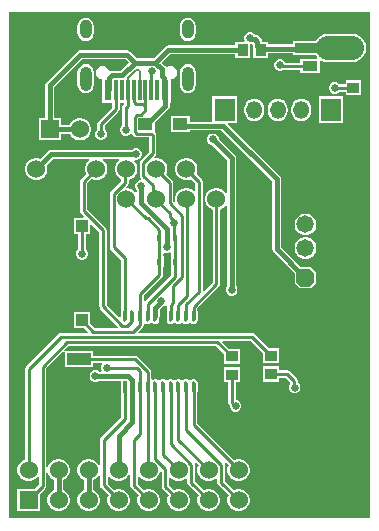
<source format=gtl>
G04*
G04 #@! TF.GenerationSoftware,Altium Limited,Altium Designer,23.5.1 (21)*
G04*
G04 Layer_Physical_Order=1*
G04 Layer_Color=255*
%FSLAX44Y44*%
%MOMM*%
G71*
G04*
G04 #@! TF.SameCoordinates,3DE8B106-AB94-4B2A-A5C1-010116C31EDB*
G04*
G04*
G04 #@! TF.FilePolarity,Positive*
G04*
G01*
G75*
%ADD10C,0.2540*%
%ADD12C,0.2032*%
%ADD16O,4.0640X2.0320*%
%ADD17R,1.2700X0.8636*%
%ADD18R,2.5400X0.8636*%
%ADD19R,0.6000X1.7500*%
%ADD20R,0.3000X1.7500*%
%ADD21R,0.9800X0.9300*%
%ADD22R,1.2500X1.0000*%
%ADD23R,2.0000X1.0000*%
%ADD24O,0.3048X1.0160*%
G04:AMPARAMS|DCode=25|XSize=0.35mm|YSize=0.6mm|CornerRadius=0mm|HoleSize=0mm|Usage=FLASHONLY|Rotation=0.000|XOffset=0mm|YOffset=0mm|HoleType=Round|Shape=Octagon|*
%AMOCTAGOND25*
4,1,8,-0.0875,0.3000,0.0875,0.3000,0.1750,0.2125,0.1750,-0.2125,0.0875,-0.3000,-0.0875,-0.3000,-0.1750,-0.2125,-0.1750,0.2125,-0.0875,0.3000,0.0*
%
%ADD25OCTAGOND25*%

%ADD26R,0.9300X0.9800*%
%ADD27R,0.3500X0.6000*%
%ADD28R,0.3048X1.0160*%
%ADD29R,1.0000X1.0000*%
%ADD54C,0.5080*%
%ADD55C,0.3810*%
%ADD56O,1.0000X1.6000*%
%ADD57O,1.0000X2.1000*%
%ADD58R,1.5240X1.5240*%
%ADD59C,1.5240*%
%ADD60C,2.6000*%
%ADD61C,1.4732*%
G04:AMPARAMS|DCode=62|XSize=1.4732mm|YSize=1.4732mm|CornerRadius=0mm|HoleSize=0mm|Usage=FLASHONLY|Rotation=90.000|XOffset=0mm|YOffset=0mm|HoleType=Round|Shape=Octagon|*
%AMOCTAGOND62*
4,1,8,0.3683,0.7366,-0.3683,0.7366,-0.7366,0.3683,-0.7366,-0.3683,-0.3683,-0.7366,0.3683,-0.7366,0.7366,-0.3683,0.7366,0.3683,0.3683,0.7366,0.0*
%
%ADD62OCTAGOND62*%

%ADD63R,1.7500X1.9000*%
%ADD64O,1.3208X1.5240*%
%ADD65C,0.6350*%
G36*
X1234948Y551316D02*
X1234050Y550418D01*
X929132D01*
Y978916D01*
X1234694D01*
X1234948Y551316D01*
D02*
G37*
%LPC*%
G36*
X1080302Y974275D02*
X1078533Y974042D01*
X1076884Y973359D01*
X1075468Y972272D01*
X1074381Y970856D01*
X1073699Y969207D01*
X1073465Y967438D01*
Y961438D01*
X1073699Y959669D01*
X1074381Y958020D01*
X1075468Y956604D01*
X1076884Y955517D01*
X1078533Y954835D01*
X1080302Y954602D01*
X1082071Y954835D01*
X1083720Y955517D01*
X1085136Y956604D01*
X1086223Y958020D01*
X1086906Y959669D01*
X1087139Y961438D01*
Y967438D01*
X1086906Y969207D01*
X1086223Y970856D01*
X1085136Y972272D01*
X1083720Y973359D01*
X1082071Y974042D01*
X1080302Y974275D01*
D02*
G37*
G36*
X993902D02*
X992133Y974042D01*
X990484Y973359D01*
X989068Y972272D01*
X987981Y970856D01*
X987299Y969207D01*
X987066Y967438D01*
Y961438D01*
X987299Y959669D01*
X987981Y958020D01*
X989068Y956604D01*
X990484Y955517D01*
X992133Y954835D01*
X993902Y954602D01*
X995671Y954835D01*
X997320Y955517D01*
X998736Y956604D01*
X999823Y958020D01*
X1000506Y959669D01*
X1000739Y961438D01*
Y967438D01*
X1000506Y969207D01*
X999823Y970856D01*
X998736Y972272D01*
X997320Y973359D01*
X995671Y974042D01*
X993902Y974275D01*
D02*
G37*
G36*
X1134079Y962025D02*
X1132109D01*
X1130288Y961271D01*
X1128895Y959878D01*
X1128141Y958057D01*
Y956087D01*
X1128544Y955114D01*
X1127695Y953844D01*
X1120410D01*
Y950921D01*
X1064006D01*
X1062569Y950635D01*
X1061351Y949821D01*
X1051529Y939999D01*
X1037463D01*
X1031959Y945503D01*
X1030741Y946317D01*
X1029304Y946603D01*
X989076D01*
X987639Y946317D01*
X986421Y945503D01*
X961021Y920103D01*
X960207Y918885D01*
X959921Y917448D01*
Y889254D01*
X954278D01*
Y870458D01*
X973074D01*
Y876101D01*
X980392D01*
X981556Y874085D01*
X983306Y872336D01*
X985449Y871098D01*
X987839Y870458D01*
X990313D01*
X992703Y871098D01*
X994846Y872336D01*
X996596Y874085D01*
X997833Y876228D01*
X998474Y878619D01*
Y881093D01*
X997833Y883484D01*
X996596Y885627D01*
X994846Y887376D01*
X992703Y888614D01*
X990313Y889254D01*
X987839D01*
X985449Y888614D01*
X983306Y887376D01*
X981556Y885627D01*
X980392Y883611D01*
X973074D01*
Y889254D01*
X967431D01*
Y915893D01*
X990631Y939093D01*
X1027749D01*
X1030597Y936244D01*
X1023480Y929126D01*
X1016147D01*
X1014945Y928887D01*
X1014144Y929075D01*
X1013564Y929315D01*
X1013409Y930095D01*
X1012188Y931924D01*
X1010359Y933145D01*
X1008202Y933574D01*
X1006045Y933145D01*
X1004217Y931924D01*
X1002995Y930095D01*
X1002566Y927938D01*
X1002995Y925781D01*
X1004217Y923952D01*
X1006045Y922731D01*
X1007824Y922377D01*
Y902410D01*
X1016494D01*
Y898207D01*
X1004659Y886372D01*
X1003985Y885363D01*
X1003748Y884174D01*
Y879181D01*
X1002911Y878344D01*
X1002157Y876523D01*
Y874553D01*
X1002911Y872732D01*
X1004304Y871339D01*
X1006125Y870585D01*
X1008095D01*
X1009916Y871339D01*
X1011309Y872732D01*
X1012063Y874553D01*
Y876523D01*
X1011309Y878344D01*
X1009964Y879689D01*
Y882887D01*
X1021799Y894723D01*
X1022473Y895731D01*
X1022710Y896920D01*
Y902410D01*
X1026463D01*
X1026481Y901140D01*
X1025741Y900399D01*
X1025067Y899391D01*
X1024830Y898202D01*
Y883245D01*
X1023739Y882154D01*
X1022985Y880333D01*
Y878363D01*
X1023739Y876542D01*
X1025132Y875149D01*
X1026953Y874395D01*
X1028923D01*
X1030744Y875149D01*
X1031509Y875915D01*
X1033105Y875813D01*
X1033170Y875714D01*
X1034956Y873929D01*
X1035964Y873255D01*
X1037153Y873018D01*
X1047690D01*
Y860822D01*
X1043874Y857006D01*
X1043872Y857005D01*
X1043871Y857004D01*
X1043871Y857004D01*
X1040533Y853666D01*
X1039859Y852657D01*
X1039623Y851468D01*
Y840426D01*
X1039859Y839236D01*
X1040533Y838228D01*
X1040785Y837976D01*
X1040299Y836803D01*
X1040161D01*
X1038340Y836049D01*
X1036947Y834656D01*
X1036193Y832835D01*
Y830865D01*
X1036947Y829044D01*
X1037391Y828601D01*
Y826517D01*
X1036121Y826177D01*
X1035966Y826444D01*
X1034217Y828194D01*
X1032074Y829432D01*
X1029683Y830072D01*
X1028948D01*
X1028422Y831342D01*
X1029527Y832447D01*
X1030200Y833455D01*
X1030437Y834644D01*
Y836878D01*
X1032074Y837317D01*
X1034217Y838554D01*
X1035966Y840303D01*
X1037204Y842447D01*
X1037844Y844837D01*
Y847311D01*
X1037204Y849702D01*
X1035966Y851844D01*
X1035163Y852648D01*
X1035395Y853286D01*
X1035786Y853821D01*
X1037559D01*
X1039380Y854575D01*
X1040773Y855968D01*
X1041527Y857789D01*
Y859759D01*
X1040773Y861580D01*
X1039380Y862973D01*
X1037559Y863727D01*
X1035589D01*
X1033768Y862973D01*
X1033325Y862529D01*
X964946D01*
X963509Y862243D01*
X962291Y861429D01*
X955731Y854870D01*
X953483Y855472D01*
X951009D01*
X948618Y854831D01*
X946476Y853594D01*
X944726Y851844D01*
X943488Y849702D01*
X942848Y847311D01*
Y844837D01*
X943488Y842447D01*
X944726Y840303D01*
X946476Y838554D01*
X948618Y837317D01*
X951009Y836676D01*
X953483D01*
X955873Y837317D01*
X958017Y838554D01*
X959766Y840303D01*
X961003Y842447D01*
X961644Y844837D01*
Y847311D01*
X961042Y849559D01*
X966501Y855019D01*
X997203D01*
X997543Y853749D01*
X997275Y853594D01*
X995526Y851844D01*
X994288Y849702D01*
X993648Y847311D01*
Y844837D01*
X994288Y842447D01*
X994557Y841981D01*
X990181Y837604D01*
X989507Y836595D01*
X989270Y835406D01*
Y810591D01*
X989507Y809401D01*
X990181Y808393D01*
X992564Y806009D01*
X992078Y804836D01*
X983822D01*
Y791280D01*
X987746D01*
Y778343D01*
X986655Y777252D01*
X985901Y775431D01*
Y773461D01*
X986655Y771640D01*
X988048Y770247D01*
X989869Y769493D01*
X991839D01*
X993660Y770247D01*
X995053Y771640D01*
X995807Y773461D01*
Y775431D01*
X995053Y777252D01*
X993962Y778343D01*
Y791280D01*
X997378D01*
Y799536D01*
X998551Y800022D01*
X1005621Y792953D01*
Y729837D01*
X1005857Y728647D01*
X1006531Y727639D01*
X1021483Y712687D01*
X1020997Y711514D01*
X1001539D01*
X997378Y715675D01*
Y724836D01*
X983822D01*
Y711280D01*
X992983D01*
X995894Y708369D01*
X995408Y707196D01*
X973074D01*
X971885Y706959D01*
X970876Y706285D01*
X943445Y678854D01*
X942771Y677845D01*
X942534Y676656D01*
Y600209D01*
X942014Y600070D01*
X939872Y598832D01*
X938122Y597082D01*
X936885Y594939D01*
X936244Y592549D01*
Y590075D01*
X936885Y587685D01*
X938122Y585541D01*
X939872Y583792D01*
X942014Y582555D01*
X944405Y581914D01*
X946879D01*
X949269Y582555D01*
X951413Y583792D01*
X953162Y585541D01*
X953202Y585611D01*
X954472Y585271D01*
Y579137D01*
X950645Y575310D01*
X936244D01*
Y556514D01*
X955040D01*
Y570915D01*
X959778Y575653D01*
X960451Y576661D01*
X960688Y577850D01*
Y588737D01*
X961958Y588904D01*
X962284Y587685D01*
X963522Y585541D01*
X965272Y583792D01*
X967287Y582628D01*
Y574596D01*
X965272Y573432D01*
X963522Y571683D01*
X962284Y569539D01*
X961644Y567149D01*
Y564675D01*
X962284Y562285D01*
X963522Y560141D01*
X965272Y558392D01*
X967414Y557155D01*
X969805Y556514D01*
X972279D01*
X974669Y557155D01*
X976813Y558392D01*
X978562Y560141D01*
X979799Y562285D01*
X980440Y564675D01*
Y567149D01*
X979799Y569539D01*
X978562Y571683D01*
X976813Y573432D01*
X974797Y574596D01*
Y582628D01*
X976813Y583792D01*
X978562Y585541D01*
X979799Y587685D01*
X980440Y590075D01*
Y592549D01*
X979799Y594939D01*
X978562Y597082D01*
X976813Y598832D01*
X974669Y600070D01*
X972279Y600710D01*
X969805D01*
X967414Y600070D01*
X965272Y598832D01*
X963522Y597082D01*
X962284Y594939D01*
X961958Y593720D01*
X960688Y593887D01*
Y677655D01*
X975127Y692094D01*
X976282Y691453D01*
X976282Y690696D01*
Y678260D01*
X999838D01*
Y681930D01*
X1007530D01*
X1008016Y680757D01*
X1007991Y680732D01*
X1007237Y678911D01*
Y676941D01*
X1007693Y675839D01*
X1006989Y674735D01*
X1005706Y674651D01*
X1005090Y675267D01*
X1003269Y676021D01*
X1001299D01*
X999478Y675267D01*
X998085Y673874D01*
X997331Y672053D01*
Y670083D01*
X998085Y668262D01*
X999478Y666869D01*
X1001299Y666115D01*
X1003269D01*
X1005090Y666869D01*
X1005279Y667059D01*
X1023671D01*
Y654812D01*
X1023865D01*
Y635576D01*
X1007198Y618909D01*
X1006525Y617901D01*
X1006288Y616712D01*
Y595594D01*
X1005018Y595253D01*
X1003962Y597082D01*
X1002213Y598832D01*
X1000070Y600070D01*
X997679Y600710D01*
X995205D01*
X992814Y600070D01*
X990671Y598832D01*
X988922Y597082D01*
X987684Y594939D01*
X987044Y592549D01*
Y590075D01*
X987684Y587685D01*
X988922Y585541D01*
X990671Y583792D01*
X992687Y582628D01*
Y574596D01*
X990671Y573432D01*
X988922Y571683D01*
X987684Y569539D01*
X987044Y567149D01*
Y564675D01*
X987684Y562285D01*
X988922Y560141D01*
X990671Y558392D01*
X992814Y557155D01*
X995205Y556514D01*
X997679D01*
X1000070Y557155D01*
X1002213Y558392D01*
X1003962Y560141D01*
X1005200Y562285D01*
X1005840Y564675D01*
Y567149D01*
X1005200Y569539D01*
X1003962Y571683D01*
X1002213Y573432D01*
X1000197Y574596D01*
Y582628D01*
X1002213Y583792D01*
X1003962Y585541D01*
X1005018Y587370D01*
X1006288Y587030D01*
Y578358D01*
X1006525Y577169D01*
X1007198Y576161D01*
X1013354Y570005D01*
X1013084Y569539D01*
X1012444Y567149D01*
Y564675D01*
X1013084Y562285D01*
X1014322Y560141D01*
X1016071Y558392D01*
X1018214Y557155D01*
X1020605Y556514D01*
X1023079D01*
X1025470Y557155D01*
X1027613Y558392D01*
X1029362Y560141D01*
X1030600Y562285D01*
X1031240Y564675D01*
Y567149D01*
X1030600Y569539D01*
X1029362Y571683D01*
X1027613Y573432D01*
X1025470Y574669D01*
X1023079Y575310D01*
X1020605D01*
X1018214Y574669D01*
X1017748Y574400D01*
X1012504Y579645D01*
Y586150D01*
X1013774Y586491D01*
X1014322Y585541D01*
X1016071Y583792D01*
X1018214Y582555D01*
X1020605Y581914D01*
X1023079D01*
X1025470Y582555D01*
X1027613Y583792D01*
X1029362Y585541D01*
X1030600Y587685D01*
X1030672Y587956D01*
X1031942Y587789D01*
Y578104D01*
X1032179Y576915D01*
X1032852Y575906D01*
X1038754Y570005D01*
X1038484Y569539D01*
X1037844Y567149D01*
Y564675D01*
X1038484Y562285D01*
X1039722Y560141D01*
X1041471Y558392D01*
X1043615Y557155D01*
X1046005Y556514D01*
X1048479D01*
X1050870Y557155D01*
X1053012Y558392D01*
X1054762Y560141D01*
X1056000Y562285D01*
X1056640Y564675D01*
Y567149D01*
X1056000Y569539D01*
X1054762Y571683D01*
X1053012Y573432D01*
X1050870Y574669D01*
X1048479Y575310D01*
X1046005D01*
X1043615Y574669D01*
X1043148Y574400D01*
X1038158Y579391D01*
Y585710D01*
X1039428Y586051D01*
X1039722Y585541D01*
X1041471Y583792D01*
X1043615Y582555D01*
X1046005Y581914D01*
X1048479D01*
X1050870Y582555D01*
X1053012Y583792D01*
X1054762Y585541D01*
X1056000Y587685D01*
X1056640Y590075D01*
X1057910Y590697D01*
X1058490Y590256D01*
Y576957D01*
X1058726Y575768D01*
X1059400Y574759D01*
X1064154Y570005D01*
X1063885Y569539D01*
X1063244Y567149D01*
Y564675D01*
X1063885Y562285D01*
X1065122Y560141D01*
X1066871Y558392D01*
X1069015Y557155D01*
X1071405Y556514D01*
X1073879D01*
X1076270Y557155D01*
X1078412Y558392D01*
X1080162Y560141D01*
X1081400Y562285D01*
X1082040Y564675D01*
Y567149D01*
X1081400Y569539D01*
X1080162Y571683D01*
X1078412Y573432D01*
X1076270Y574669D01*
X1073879Y575310D01*
X1071405D01*
X1069015Y574669D01*
X1068549Y574400D01*
X1064705Y578244D01*
Y584162D01*
X1065975Y584688D01*
X1066871Y583792D01*
X1069015Y582555D01*
X1071405Y581914D01*
X1073879D01*
X1076270Y582555D01*
X1078412Y583792D01*
X1078932Y584311D01*
X1080202Y583785D01*
Y580644D01*
X1080439Y579455D01*
X1081113Y578447D01*
X1089554Y570005D01*
X1089285Y569539D01*
X1088644Y567149D01*
Y564675D01*
X1089285Y562285D01*
X1090522Y560141D01*
X1092271Y558392D01*
X1094415Y557155D01*
X1096805Y556514D01*
X1099279D01*
X1101669Y557155D01*
X1103812Y558392D01*
X1105562Y560141D01*
X1106799Y562285D01*
X1107440Y564675D01*
Y567149D01*
X1106799Y569539D01*
X1105562Y571683D01*
X1103812Y573432D01*
X1101669Y574669D01*
X1099279Y575310D01*
X1096805D01*
X1094415Y574669D01*
X1093949Y574400D01*
X1086418Y581931D01*
Y595731D01*
X1086181Y596920D01*
X1086057Y597106D01*
X1087043Y597916D01*
X1089554Y595406D01*
X1089285Y594939D01*
X1088644Y592549D01*
Y590075D01*
X1089285Y587685D01*
X1090522Y585541D01*
X1092271Y583792D01*
X1094415Y582555D01*
X1096805Y581914D01*
X1099279D01*
X1101669Y582555D01*
X1103812Y583792D01*
X1104332Y584311D01*
X1105602Y583785D01*
Y580644D01*
X1105839Y579455D01*
X1106513Y578447D01*
X1114954Y570005D01*
X1114685Y569539D01*
X1114044Y567149D01*
Y564675D01*
X1114685Y562285D01*
X1115922Y560141D01*
X1117672Y558392D01*
X1119815Y557155D01*
X1122205Y556514D01*
X1124679D01*
X1127069Y557155D01*
X1129212Y558392D01*
X1130962Y560141D01*
X1132199Y562285D01*
X1132840Y564675D01*
Y567149D01*
X1132199Y569539D01*
X1130962Y571683D01*
X1129212Y573432D01*
X1127069Y574669D01*
X1124679Y575310D01*
X1122205D01*
X1119815Y574669D01*
X1119349Y574400D01*
X1111818Y581931D01*
Y595731D01*
X1111581Y596920D01*
X1111457Y597106D01*
X1112443Y597916D01*
X1114954Y595406D01*
X1114685Y594939D01*
X1114044Y592549D01*
Y590075D01*
X1114685Y587685D01*
X1115922Y585541D01*
X1117672Y583792D01*
X1119815Y582555D01*
X1122205Y581914D01*
X1124679D01*
X1127069Y582555D01*
X1129212Y583792D01*
X1130962Y585541D01*
X1132199Y587685D01*
X1132840Y590075D01*
Y592549D01*
X1132199Y594939D01*
X1130962Y597082D01*
X1129212Y598832D01*
X1127069Y600070D01*
X1124679Y600710D01*
X1122205D01*
X1119815Y600070D01*
X1119349Y599800D01*
X1088577Y630572D01*
Y656822D01*
X1088579Y656826D01*
X1088836Y658114D01*
Y665226D01*
X1088579Y666514D01*
X1087850Y667607D01*
X1086757Y668336D01*
X1085469Y668593D01*
X1084181Y668336D01*
X1083088Y667607D01*
X1082981Y667447D01*
X1081454D01*
X1081347Y667607D01*
X1080255Y668336D01*
X1078967Y668593D01*
X1077678Y668336D01*
X1076586Y667607D01*
X1076479Y667447D01*
X1074952D01*
X1074845Y667607D01*
X1073753Y668336D01*
X1072464Y668593D01*
X1071176Y668336D01*
X1070084Y667607D01*
X1069977Y667447D01*
X1068449D01*
X1068342Y667607D01*
X1067250Y668336D01*
X1065962Y668593D01*
X1064673Y668336D01*
X1063581Y667607D01*
X1063487Y667466D01*
X1061960D01*
X1061865Y667607D01*
X1060773Y668336D01*
X1059485Y668593D01*
X1058196Y668336D01*
X1057104Y667607D01*
X1056997Y667447D01*
X1055470D01*
X1055363Y667607D01*
X1054271Y668336D01*
X1052982Y668593D01*
X1051694Y668336D01*
X1050858Y667778D01*
X1049945Y668082D01*
X1049588Y668340D01*
Y674624D01*
X1049351Y675813D01*
X1048678Y676822D01*
X1038263Y687235D01*
X1037255Y687909D01*
X1036066Y688146D01*
X999838D01*
Y691816D01*
X977492D01*
X976645Y691816D01*
X976004Y692971D01*
X979695Y696662D01*
X1104125D01*
X1111176Y689611D01*
Y681150D01*
X1124532D01*
Y694006D01*
X1115571D01*
X1109770Y699807D01*
X1110256Y700980D01*
X1133589D01*
X1144450Y690119D01*
Y681658D01*
X1157806D01*
Y694514D01*
X1148845D01*
X1137074Y706285D01*
X1136065Y706959D01*
X1134876Y707196D01*
X1038878D01*
X1038392Y708369D01*
X1042175Y712152D01*
X1042849Y713160D01*
X1043085Y714350D01*
Y714944D01*
X1043442Y715202D01*
X1044355Y715506D01*
X1045192Y714948D01*
X1046480Y714691D01*
X1047768Y714948D01*
X1048861Y715677D01*
X1048968Y715837D01*
X1050495D01*
X1050602Y715677D01*
X1051694Y714948D01*
X1052982Y714691D01*
X1054271Y714948D01*
X1055363Y715677D01*
X1056093Y716770D01*
X1056349Y718058D01*
Y720023D01*
X1056452Y720177D01*
X1056738Y721614D01*
Y727233D01*
X1058826Y729321D01*
X1060544Y730033D01*
X1061584Y731073D01*
X1062854Y730573D01*
Y726462D01*
X1062851Y726458D01*
X1062595Y725170D01*
Y718058D01*
X1062851Y716770D01*
X1063581Y715677D01*
X1064673Y714948D01*
X1065962Y714691D01*
X1067250Y714948D01*
X1068342Y715677D01*
X1068449Y715837D01*
X1069977D01*
X1070084Y715677D01*
X1071176Y714948D01*
X1072464Y714691D01*
X1073753Y714948D01*
X1074845Y715677D01*
X1074952Y715837D01*
X1076479D01*
X1076586Y715677D01*
X1077678Y714948D01*
X1078967Y714691D01*
X1080255Y714948D01*
X1081347Y715677D01*
X1081454Y715837D01*
X1082981D01*
X1083088Y715677D01*
X1084181Y714948D01*
X1085469Y714691D01*
X1086757Y714948D01*
X1087850Y715677D01*
X1088579Y716770D01*
X1088836Y718058D01*
Y725170D01*
X1088579Y726458D01*
X1088577Y726462D01*
Y728328D01*
X1106843Y746594D01*
X1107517Y747603D01*
X1107754Y748792D01*
Y811777D01*
X1108273Y811917D01*
X1110416Y813154D01*
X1112166Y814903D01*
X1112575Y815611D01*
X1113845Y815271D01*
Y747215D01*
X1113401Y746772D01*
X1112647Y744951D01*
Y742981D01*
X1113401Y741160D01*
X1114794Y739767D01*
X1116615Y739013D01*
X1118585D01*
X1120406Y739767D01*
X1121799Y741160D01*
X1122553Y742981D01*
Y744951D01*
X1121799Y746772D01*
X1121355Y747215D01*
Y855218D01*
X1121069Y856655D01*
X1120255Y857873D01*
X1106551Y871578D01*
Y872205D01*
X1105797Y874026D01*
X1104404Y875419D01*
X1102583Y876173D01*
X1100613D01*
X1098792Y875419D01*
X1097399Y874026D01*
X1096645Y872205D01*
Y870235D01*
X1097399Y868414D01*
X1098792Y867021D01*
X1100613Y866267D01*
X1101240D01*
X1113845Y853663D01*
Y826077D01*
X1112575Y825737D01*
X1112166Y826444D01*
X1110416Y828194D01*
X1108273Y829432D01*
X1105883Y830072D01*
X1103409D01*
X1101019Y829432D01*
X1098876Y828194D01*
X1097126Y826444D01*
X1095889Y824302D01*
X1095248Y821911D01*
Y819437D01*
X1095889Y817047D01*
X1097126Y814903D01*
X1098876Y813154D01*
X1101019Y811917D01*
X1101538Y811777D01*
Y750079D01*
X1094292Y742833D01*
X1093022Y743359D01*
Y835406D01*
X1092785Y836595D01*
X1092112Y837604D01*
X1087735Y841981D01*
X1088003Y842447D01*
X1088644Y844837D01*
Y847311D01*
X1088003Y849702D01*
X1086766Y851844D01*
X1085016Y853594D01*
X1082874Y854831D01*
X1080483Y855472D01*
X1078009D01*
X1075619Y854831D01*
X1073475Y853594D01*
X1071726Y851844D01*
X1070489Y849702D01*
X1069848Y847311D01*
Y844837D01*
X1070489Y842447D01*
X1071726Y840303D01*
X1073475Y838554D01*
X1075619Y837317D01*
X1078009Y836676D01*
X1080483D01*
X1082874Y837317D01*
X1083339Y837586D01*
X1086806Y834119D01*
Y828201D01*
X1085536Y827674D01*
X1085016Y828194D01*
X1082874Y829432D01*
X1080483Y830072D01*
X1078009D01*
X1075619Y829432D01*
X1073475Y828194D01*
X1071726Y826444D01*
X1070489Y824302D01*
X1069848Y821911D01*
Y819437D01*
X1069937Y819105D01*
X1068824Y818351D01*
X1068311Y818734D01*
Y834716D01*
X1068075Y835906D01*
X1067401Y836914D01*
X1062335Y841981D01*
X1062604Y842447D01*
X1063244Y844837D01*
Y847311D01*
X1062604Y849702D01*
X1061366Y851844D01*
X1059616Y853594D01*
X1057474Y854831D01*
X1055083Y855472D01*
X1052926D01*
X1052252Y856594D01*
X1052996Y857338D01*
X1053669Y858346D01*
X1053906Y859535D01*
Y874638D01*
X1053669Y875827D01*
X1053301Y876378D01*
X1052694Y877396D01*
Y885641D01*
X1064257Y897205D01*
X1065071Y898423D01*
X1065357Y899860D01*
Y902410D01*
X1066380D01*
Y922377D01*
X1068159Y922731D01*
X1069987Y923952D01*
X1071209Y925781D01*
X1071638Y927938D01*
X1071209Y930095D01*
X1069987Y931924D01*
X1068159Y933145D01*
X1066002Y933574D01*
X1063845Y933145D01*
X1063140Y932674D01*
X1061452Y933074D01*
X1061224Y933414D01*
X1058395Y936244D01*
X1065561Y943411D01*
X1120410D01*
Y940488D01*
X1133266D01*
Y951967D01*
X1133854Y952119D01*
X1134079D01*
X1134455Y952275D01*
X1134470Y952279D01*
X1135738Y951431D01*
Y949911D01*
X1135810Y949548D01*
Y940488D01*
X1148666D01*
Y944173D01*
X1169416D01*
Y942594D01*
X1188764D01*
X1190128Y940816D01*
X1189502Y939546D01*
X1175766D01*
Y936304D01*
X1163190D01*
X1162857Y937108D01*
X1161464Y938501D01*
X1159643Y939255D01*
X1157673D01*
X1155852Y938501D01*
X1154459Y937108D01*
X1153705Y935287D01*
Y933317D01*
X1154459Y931496D01*
X1155852Y930103D01*
X1157673Y929349D01*
X1159643D01*
X1161428Y930088D01*
X1175766D01*
Y927354D01*
X1192022D01*
Y937694D01*
X1193292Y938188D01*
X1196018Y937059D01*
X1199134Y936649D01*
X1219454D01*
X1222570Y937059D01*
X1225474Y938262D01*
X1227968Y940176D01*
X1229882Y942670D01*
X1231085Y945574D01*
X1231495Y948690D01*
X1231085Y951806D01*
X1229882Y954710D01*
X1227968Y957204D01*
X1225474Y959118D01*
X1222570Y960321D01*
X1219454Y960731D01*
X1199134D01*
X1196018Y960321D01*
X1193113Y959118D01*
X1190620Y957204D01*
X1188764Y954786D01*
X1169416D01*
Y951683D01*
X1148666D01*
Y953844D01*
X1143248D01*
Y954055D01*
X1142962Y955492D01*
X1142148Y956710D01*
X1139617Y959241D01*
X1138399Y960055D01*
X1136962Y960341D01*
X1136829D01*
X1135900Y961271D01*
X1134079Y962025D01*
D02*
G37*
G36*
X1227402Y921496D02*
X1214046D01*
Y918016D01*
X1208619D01*
X1207528Y919107D01*
X1205707Y919861D01*
X1203737D01*
X1201916Y919107D01*
X1200523Y917714D01*
X1199769Y915893D01*
Y913923D01*
X1200523Y912102D01*
X1201916Y910709D01*
X1203737Y909955D01*
X1205707D01*
X1207528Y910709D01*
X1208619Y911800D01*
X1214046D01*
Y908640D01*
X1227402D01*
Y921496D01*
D02*
G37*
G36*
X1080302Y934975D02*
X1078533Y934742D01*
X1076884Y934059D01*
X1075468Y932972D01*
X1074381Y931556D01*
X1073699Y929907D01*
X1073465Y928138D01*
Y917138D01*
X1073699Y915369D01*
X1074381Y913720D01*
X1075468Y912304D01*
X1076884Y911217D01*
X1078533Y910535D01*
X1080302Y910302D01*
X1082071Y910535D01*
X1083720Y911217D01*
X1085136Y912304D01*
X1086223Y913720D01*
X1086906Y915369D01*
X1087139Y917138D01*
Y928138D01*
X1086906Y929907D01*
X1086223Y931556D01*
X1085136Y932972D01*
X1083720Y934059D01*
X1082071Y934742D01*
X1080302Y934975D01*
D02*
G37*
G36*
X993902D02*
X992133Y934742D01*
X990484Y934059D01*
X989068Y932972D01*
X987981Y931556D01*
X987299Y929907D01*
X987066Y928138D01*
Y917138D01*
X987299Y915369D01*
X987981Y913720D01*
X989068Y912304D01*
X990484Y911217D01*
X992133Y910535D01*
X993902Y910302D01*
X995671Y910535D01*
X997320Y911217D01*
X998736Y912304D01*
X999823Y913720D01*
X1000506Y915369D01*
X1000739Y917138D01*
Y928138D01*
X1000506Y929907D01*
X999823Y931556D01*
X998736Y932972D01*
X997320Y934059D01*
X995671Y934742D01*
X993902Y934975D01*
D02*
G37*
G36*
X1176716Y905836D02*
X1174528Y905548D01*
X1172489Y904704D01*
X1170738Y903360D01*
X1169394Y901609D01*
X1168550Y899570D01*
X1168262Y897382D01*
Y895350D01*
X1168550Y893162D01*
X1169394Y891123D01*
X1170738Y889372D01*
X1172489Y888028D01*
X1174528Y887184D01*
X1176716Y886896D01*
X1178904Y887184D01*
X1180943Y888028D01*
X1182694Y889372D01*
X1184038Y891123D01*
X1184882Y893162D01*
X1185170Y895350D01*
Y897382D01*
X1184882Y899570D01*
X1184038Y901609D01*
X1182694Y903360D01*
X1180943Y904704D01*
X1178904Y905548D01*
X1176716Y905836D01*
D02*
G37*
G36*
X1156716D02*
X1154528Y905548D01*
X1152489Y904704D01*
X1150738Y903360D01*
X1149394Y901609D01*
X1148550Y899570D01*
X1148262Y897382D01*
Y895350D01*
X1148550Y893162D01*
X1149394Y891123D01*
X1150738Y889372D01*
X1152489Y888028D01*
X1154528Y887184D01*
X1156716Y886896D01*
X1158904Y887184D01*
X1160943Y888028D01*
X1162694Y889372D01*
X1164038Y891123D01*
X1164882Y893162D01*
X1165170Y895350D01*
Y897382D01*
X1164882Y899570D01*
X1164038Y901609D01*
X1162694Y903360D01*
X1160943Y904704D01*
X1158904Y905548D01*
X1156716Y905836D01*
D02*
G37*
G36*
X1136716D02*
X1134528Y905548D01*
X1132489Y904704D01*
X1130738Y903360D01*
X1129394Y901609D01*
X1128550Y899570D01*
X1128262Y897382D01*
Y895350D01*
X1128550Y893162D01*
X1129394Y891123D01*
X1130738Y889372D01*
X1132489Y888028D01*
X1134528Y887184D01*
X1136716Y886896D01*
X1138904Y887184D01*
X1140943Y888028D01*
X1142694Y889372D01*
X1144038Y891123D01*
X1144882Y893162D01*
X1145170Y895350D01*
Y897382D01*
X1144882Y899570D01*
X1144038Y901609D01*
X1142694Y903360D01*
X1140943Y904704D01*
X1138904Y905548D01*
X1136716Y905836D01*
D02*
G37*
G36*
X1122244Y907644D02*
X1101188D01*
Y886303D01*
X1082194D01*
Y890952D01*
X1066138D01*
Y877396D01*
X1082194D01*
Y878793D01*
X1108900D01*
X1151918Y835774D01*
Y778683D01*
X1152204Y777246D01*
X1153018Y776028D01*
X1170940Y758105D01*
Y749700D01*
X1175512Y745128D01*
X1184656D01*
X1189228Y749700D01*
Y758844D01*
X1184656Y763416D01*
X1176251D01*
X1159428Y780238D01*
Y837330D01*
X1159143Y838767D01*
X1158328Y839985D01*
X1114399Y883915D01*
X1114885Y885088D01*
X1122244D01*
Y907644D01*
D02*
G37*
G36*
X1212244D02*
X1191188D01*
Y885088D01*
X1212244D01*
Y907644D01*
D02*
G37*
G36*
X1181288Y808416D02*
X1178880D01*
X1176554Y807793D01*
X1174470Y806589D01*
X1172767Y804887D01*
X1171563Y802802D01*
X1170940Y800476D01*
Y798068D01*
X1171563Y795743D01*
X1172767Y793658D01*
X1174470Y791955D01*
X1176554Y790751D01*
X1178880Y790128D01*
X1181288D01*
X1183614Y790751D01*
X1185698Y791955D01*
X1187401Y793658D01*
X1188605Y795743D01*
X1189228Y798068D01*
Y800476D01*
X1188605Y802802D01*
X1187401Y804887D01*
X1185698Y806589D01*
X1183614Y807793D01*
X1181288Y808416D01*
D02*
G37*
G36*
Y788416D02*
X1178880D01*
X1176554Y787793D01*
X1174470Y786589D01*
X1172767Y784886D01*
X1171563Y782802D01*
X1170940Y780476D01*
Y778068D01*
X1171563Y775742D01*
X1172767Y773658D01*
X1174470Y771955D01*
X1176554Y770751D01*
X1178880Y770128D01*
X1181288D01*
X1183614Y770751D01*
X1185698Y771955D01*
X1187401Y773658D01*
X1188605Y775742D01*
X1189228Y778068D01*
Y780476D01*
X1188605Y782802D01*
X1187401Y784886D01*
X1185698Y786589D01*
X1183614Y787793D01*
X1181288Y788416D01*
D02*
G37*
G36*
X1157806Y679114D02*
X1144450D01*
Y666258D01*
X1157806D01*
Y669578D01*
X1163463D01*
X1167346Y665695D01*
Y664573D01*
X1166741Y663968D01*
X1165987Y662147D01*
Y660177D01*
X1166741Y658356D01*
X1168134Y656963D01*
X1169955Y656209D01*
X1171925D01*
X1173746Y656963D01*
X1175139Y658356D01*
X1175893Y660177D01*
Y662147D01*
X1175139Y663968D01*
X1173746Y665361D01*
X1173562Y665437D01*
Y666982D01*
X1173325Y668171D01*
X1172652Y669180D01*
X1166947Y674883D01*
X1165939Y675557D01*
X1164750Y675794D01*
X1157806D01*
Y679114D01*
D02*
G37*
G36*
X1124532Y678606D02*
X1111176D01*
Y665750D01*
X1114746D01*
Y648462D01*
X1114983Y647273D01*
X1115657Y646264D01*
X1115949Y645972D01*
Y644429D01*
X1116703Y642608D01*
X1118096Y641215D01*
X1119917Y640461D01*
X1121887D01*
X1123708Y641215D01*
X1125101Y642608D01*
X1125855Y644429D01*
Y646399D01*
X1125101Y648220D01*
X1123708Y649613D01*
X1121887Y650367D01*
X1120962D01*
Y665750D01*
X1124532D01*
Y678606D01*
D02*
G37*
%LPD*%
G36*
X1022943Y853749D02*
X1022675Y853594D01*
X1020926Y851844D01*
X1019688Y849702D01*
X1019048Y847311D01*
Y844837D01*
X1019688Y842447D01*
X1020926Y840303D01*
X1022675Y838554D01*
X1024221Y837661D01*
Y835931D01*
X1015581Y827290D01*
X1014907Y826282D01*
X1014670Y825093D01*
Y779846D01*
X1014907Y778657D01*
X1015581Y777649D01*
X1023865Y769364D01*
Y726462D01*
X1023862Y726458D01*
X1023606Y725170D01*
Y721013D01*
X1022433Y720527D01*
X1011836Y731124D01*
Y794240D01*
X1011600Y795429D01*
X1010926Y796438D01*
X995486Y811878D01*
Y834119D01*
X998952Y837586D01*
X999418Y837317D01*
X1001809Y836676D01*
X1004283D01*
X1006674Y837317D01*
X1008817Y838554D01*
X1010566Y840303D01*
X1011804Y842447D01*
X1012444Y844837D01*
Y847311D01*
X1011804Y849702D01*
X1010566Y851844D01*
X1008817Y853594D01*
X1008549Y853749D01*
X1008889Y855019D01*
X1022603D01*
X1022943Y853749D01*
D02*
G37*
G36*
X1066382Y775270D02*
Y771022D01*
X1065962Y770602D01*
Y764574D01*
X1066382Y764154D01*
Y756071D01*
X1044355Y734044D01*
X1044045Y734069D01*
X1043085Y734466D01*
Y738970D01*
X1058688Y754573D01*
X1059361Y755581D01*
X1059598Y756770D01*
Y762810D01*
X1060018D01*
Y772366D01*
X1059598D01*
Y774493D01*
X1060868Y775342D01*
X1061497Y775081D01*
X1063467D01*
X1065112Y775762D01*
X1066382Y775270D01*
D02*
G37*
D10*
X1204722Y914908D02*
X1220564D01*
X1220724Y915068D01*
X1017778Y825093D02*
X1027329Y834644D01*
X1028903Y713486D02*
X1033309Y717892D01*
X992378Y810591D02*
Y835406D01*
X1025079Y713486D02*
X1028903D01*
X1027329Y834644D02*
Y844957D01*
X1033309Y717892D02*
Y721448D01*
X1008728Y729837D02*
X1025079Y713486D01*
X1027329Y844957D02*
X1028446Y846074D01*
X992378Y835406D02*
X1003046Y846074D01*
X1017778Y779846D02*
Y825093D01*
X1026973Y721614D02*
Y770651D01*
X1008728Y729837D02*
Y794240D01*
X992378Y810591D02*
X1008728Y794240D01*
X1017778Y779846D02*
X1026973Y770651D01*
X1033309Y721448D02*
X1033475Y721614D01*
X1046069Y854807D02*
X1046070D01*
X1042730Y846747D02*
Y851468D01*
X1046069Y854807D01*
X1046069Y854807D01*
X1046070D02*
X1050798Y859535D01*
Y874638D01*
X1042730Y840426D02*
X1050798Y832358D01*
Y823722D02*
Y832358D01*
X1042730Y840426D02*
Y846747D01*
X1027938Y879348D02*
Y898202D01*
X1029602Y899865D01*
Y912938D01*
X1012190Y677926D02*
X1012444Y677672D01*
X1037082D01*
X988060Y685038D02*
X1036066D01*
X1046480Y674624D01*
X1037082Y677672D02*
X1039978Y674776D01*
X1042384Y901160D02*
X1044602Y898942D01*
X1036840Y901140D02*
X1042365D01*
X1042384Y901160D01*
X1034602Y912938D02*
X1034832Y912708D01*
Y903148D02*
Y912708D01*
Y903148D02*
X1036840Y901140D01*
X1044602Y896266D02*
Y898942D01*
Y912938D01*
X1035368Y877912D02*
X1037153Y876126D01*
X1035368Y877912D02*
Y890436D01*
X1037153Y892222D01*
X1040558D01*
X1044602Y896266D01*
X1049310Y876126D02*
X1050798Y874638D01*
X1037153Y876126D02*
X1049310D01*
X1050798Y823722D02*
X1053846Y820674D01*
X1039978Y661670D02*
Y674776D01*
X1046480Y661670D02*
Y674624D01*
Y592074D02*
Y661670D01*
X1117854Y648462D02*
Y672178D01*
Y648462D02*
X1120902Y645414D01*
X1170454Y661648D02*
Y666982D01*
X1164750Y672686D02*
X1170454Y666982D01*
X1151128Y672686D02*
X1164750D01*
X1006856Y876300D02*
Y884174D01*
X1019602Y896920D01*
X990600Y798058D02*
X990854Y797804D01*
Y774446D02*
Y797804D01*
X1159764Y933196D02*
X1183640D01*
X1183894Y933450D01*
X1026973Y634289D02*
Y661670D01*
X1009396Y578358D02*
Y616712D01*
X1026973Y634289D01*
X1056259Y777456D02*
X1056490Y777225D01*
X1056259Y787357D02*
X1056490Y787588D01*
X1056259Y777456D02*
Y787357D01*
X1056490Y756770D02*
Y777225D01*
X1049602Y912938D02*
Y928698D01*
X1049782Y928878D01*
X1068832Y800862D02*
X1069161Y800533D01*
X1068832Y800862D02*
Y801893D01*
X1065148Y805576D02*
X1068832Y801893D01*
X1069161Y787917D02*
Y800533D01*
X1065148Y805576D02*
Y808853D01*
X1069161Y787917D02*
X1069490Y787588D01*
X1053846Y820155D02*
X1065148Y808853D01*
X1069490Y767588D02*
Y787588D01*
X1028446Y820674D02*
X1044702Y804418D01*
X1046734D01*
X1065204Y817101D02*
Y834716D01*
Y817101D02*
X1075855Y806450D01*
X1053846Y846074D02*
X1065204Y834716D01*
X945642Y591312D02*
Y676656D01*
X973074Y704088D02*
X1134876D01*
X945642Y676656D02*
X973074Y704088D01*
X1105412Y699770D02*
X1117604Y687578D01*
X990600Y718058D02*
X1000252Y708406D01*
X1034034D01*
X978408Y699770D02*
X1105412D01*
X1034034Y708406D02*
X1039978Y714350D01*
X1134876Y704088D02*
X1150878Y688086D01*
X957580Y678942D02*
X978408Y699770D01*
X957580Y577850D02*
Y678942D01*
X1117604Y687578D02*
X1117837D01*
X945642Y565912D02*
X957580Y577850D01*
X1150878Y688086D02*
X1151128D01*
X1035050Y616935D02*
X1039978Y621862D01*
X1035050Y578104D02*
X1047242Y565912D01*
X1035050Y578104D02*
Y616935D01*
X1009396Y578358D02*
X1021842Y565912D01*
X1039978Y621862D02*
Y661670D01*
X1052982Y600658D02*
Y661670D01*
Y600658D02*
X1061597Y592044D01*
Y576957D02*
Y592044D01*
Y576957D02*
X1072642Y565912D01*
X1059485Y604469D02*
Y661670D01*
Y604469D02*
X1072642Y591312D01*
X1065962Y613079D02*
Y661670D01*
Y613079D02*
X1083310Y595731D01*
Y580644D02*
Y595731D01*
Y580644D02*
X1098042Y565912D01*
X1072464Y616890D02*
X1098042Y591312D01*
X1072464Y616890D02*
Y661670D01*
X1108710Y580644D02*
Y595731D01*
Y580644D02*
X1123442Y565912D01*
X1078967Y625474D02*
X1108710Y595731D01*
X1078967Y625474D02*
Y661670D01*
X1085469Y629285D02*
Y661670D01*
Y629285D02*
X1123442Y591312D01*
X1019602Y896920D02*
Y912938D01*
X1080173Y738807D02*
Y819747D01*
X1072464Y731099D02*
X1080173Y738807D01*
X1075855Y755042D02*
Y806450D01*
X1067562Y746749D02*
X1075855Y755042D01*
X1079246Y820674D02*
X1080173Y819747D01*
X1069490Y754784D02*
Y767588D01*
X1053846Y820155D02*
Y820674D01*
X1065962Y731190D02*
X1067562Y732790D01*
Y746749D01*
X1056490Y787588D02*
Y794662D01*
X1046734Y804418D02*
X1056490Y794662D01*
X1039978Y740258D02*
X1056490Y756770D01*
X1072464Y721614D02*
Y731099D01*
X1078967Y731495D02*
X1089914Y742442D01*
X1079246Y846074D02*
X1089914Y835406D01*
Y742442D02*
Y835406D01*
X1085469Y721614D02*
Y729615D01*
X1104646Y748792D02*
Y820674D01*
X1085469Y729615D02*
X1104646Y748792D01*
X1078967Y721614D02*
Y731495D01*
X1065962Y721614D02*
Y731190D01*
X1046480Y731774D02*
X1069490Y754784D01*
X1046480Y721614D02*
Y731774D01*
X1039978Y721614D02*
Y740258D01*
Y714350D02*
Y721614D01*
D12*
X1062990Y758952D02*
Y767588D01*
X1029673Y923364D02*
X1036457Y930148D01*
X1029673Y913009D02*
Y923364D01*
X1029602Y912938D02*
X1029673Y913009D01*
X1027938Y898202D02*
X1028004Y898268D01*
X1036457Y930148D02*
X1038412D01*
X1039602Y928958D01*
Y912938D02*
Y928958D01*
X1046480Y592074D02*
X1047242Y591312D01*
D16*
X1209294Y948690D02*
D03*
D17*
X1183894Y933450D02*
D03*
Y963930D02*
D03*
D18*
Y948690D02*
D03*
D19*
X1012602Y912938D02*
D03*
X1004852D02*
D03*
X1069352D02*
D03*
X1061602D02*
D03*
D20*
X1019602D02*
D03*
X1024602D02*
D03*
X1029602D02*
D03*
X1034602D02*
D03*
X1054602D02*
D03*
X1049602D02*
D03*
X1044602D02*
D03*
X1039602D02*
D03*
D21*
X1220724Y915068D02*
D03*
Y899668D02*
D03*
X1151128Y688086D02*
D03*
Y672686D02*
D03*
X1117854Y687578D02*
D03*
Y672178D02*
D03*
D22*
X1074166Y884174D02*
D03*
X1044666D02*
D03*
D23*
X988060Y642620D02*
D03*
Y685038D02*
D03*
D24*
X1059485Y721614D02*
D03*
X1033475Y661670D02*
D03*
X1039978D02*
D03*
X1046480D02*
D03*
X1052982D02*
D03*
X1059485D02*
D03*
X1065962D02*
D03*
X1072464D02*
D03*
X1078967D02*
D03*
X1085469D02*
D03*
X1026973Y721614D02*
D03*
X1033475D02*
D03*
X1039978D02*
D03*
X1046480D02*
D03*
X1052982D02*
D03*
X1065962D02*
D03*
X1072464D02*
D03*
X1078967D02*
D03*
X1085469D02*
D03*
D25*
X1062990Y767588D02*
D03*
X1056490Y787588D02*
D03*
X1062990D02*
D03*
X1069490D02*
D03*
Y767588D02*
D03*
D26*
X1142238Y947166D02*
D03*
X1126838D02*
D03*
D27*
X1056490Y767588D02*
D03*
D28*
X1026973Y661670D02*
D03*
D29*
X990600Y718058D02*
D03*
Y798058D02*
D03*
D54*
X988060Y642620D02*
X1004316D01*
X1008888Y638048D01*
X1074166Y884174D02*
X1075792Y882548D01*
D55*
X964946Y858774D02*
X1036574D01*
X1041146Y817389D02*
Y831850D01*
Y817389D02*
X1062990Y795545D01*
X952246Y846074D02*
X964946Y858774D01*
X1136962Y956586D02*
X1139493Y954055D01*
Y949911D02*
Y954055D01*
X1133580Y956586D02*
X1136962D01*
X1139493Y949911D02*
X1142238Y947166D01*
X1143000Y947928D02*
X1183132D01*
X1142238Y947166D02*
X1143000Y947928D01*
X1133094Y957072D02*
X1133580Y956586D01*
X1117600Y743966D02*
Y855218D01*
X1101598Y871220D02*
X1117600Y855218D01*
X1170454Y661648D02*
X1170940Y661162D01*
X1002538Y670814D02*
X1029641D01*
X1033094Y667361D01*
Y662051D02*
Y667361D01*
Y662051D02*
X1033475Y661670D01*
X1002284Y671068D02*
X1002538Y670814D01*
X1052982Y728788D02*
X1057738Y733544D01*
X1052982Y721614D02*
Y728788D01*
X1057738Y733544D02*
Y734232D01*
X996442Y565912D02*
Y591312D01*
X1110455Y882548D02*
X1155673Y837330D01*
Y778683D02*
Y837330D01*
Y778683D02*
X1180084Y754272D01*
X1075792Y882548D02*
X1110455D01*
X1033475Y632082D02*
Y661670D01*
X1021842Y591312D02*
Y620449D01*
X1033475Y632082D01*
X971042Y565912D02*
Y591312D01*
X1062835Y787433D02*
X1062990Y787588D01*
X1062835Y780387D02*
Y787433D01*
X1062482Y780034D02*
X1062835Y780387D01*
X1183132Y947928D02*
X1183894Y948690D01*
X963676Y879856D02*
Y917448D01*
X989076Y942848D02*
X1029304D01*
X963676Y917448D02*
X989076Y942848D01*
X1029304D02*
X1035908Y936244D01*
X963676Y879856D02*
X989076D01*
X1064006Y947166D02*
X1126838D01*
X1053084Y936244D02*
X1064006Y947166D01*
X1012602Y912938D02*
X1013697Y914033D01*
Y922921D01*
X1016147Y925371D01*
X1025035D01*
X1035908Y936244D01*
X1053084D01*
X1058569Y930759D01*
Y924859D02*
Y930759D01*
Y924859D02*
X1060507Y922921D01*
Y914033D02*
Y922921D01*
Y914033D02*
X1061602Y912938D01*
Y899860D02*
Y912938D01*
X1045916Y884174D02*
X1061602Y899860D01*
X1044666Y884174D02*
X1045916D01*
X1062990Y787588D02*
Y795545D01*
D56*
X993902Y964438D02*
D03*
X1080302D02*
D03*
D57*
Y922638D02*
D03*
X993902D02*
D03*
D58*
X952246Y820674D02*
D03*
X945642Y565912D02*
D03*
X963676Y879856D02*
D03*
D59*
X977646Y820674D02*
D03*
Y846074D02*
D03*
X1003046Y820674D02*
D03*
X1130046Y846074D02*
D03*
Y820674D02*
D03*
X1104646Y846074D02*
D03*
X1148842Y565912D02*
D03*
Y591312D02*
D03*
X945642D02*
D03*
X971042Y565912D02*
D03*
Y591312D02*
D03*
X996442Y565912D02*
D03*
Y591312D02*
D03*
X1021842Y565912D02*
D03*
Y591312D02*
D03*
X1047242Y565912D02*
D03*
Y591312D02*
D03*
X1072642Y565912D02*
D03*
Y591312D02*
D03*
X1098042Y565912D02*
D03*
Y591312D02*
D03*
X1123442Y565912D02*
D03*
Y591312D02*
D03*
X989076Y879856D02*
D03*
X1079246Y820674D02*
D03*
Y846074D02*
D03*
X1104646Y820674D02*
D03*
X1053846Y846074D02*
D03*
Y820674D02*
D03*
X1028446Y846074D02*
D03*
Y820674D02*
D03*
X1003046Y846074D02*
D03*
X952246D02*
D03*
D60*
X1207084Y854272D02*
D03*
Y724272D02*
D03*
D61*
X1180084Y824272D02*
D03*
Y779272D02*
D03*
Y799272D02*
D03*
D62*
Y754272D02*
D03*
D63*
X1111716Y896366D02*
D03*
X1201716D02*
D03*
D64*
X1136716D02*
D03*
X1176716D02*
D03*
X1156716D02*
D03*
D65*
X1017270Y745236D02*
D03*
X1059180Y710692D02*
D03*
X1008888Y638048D02*
D03*
X1062990Y758952D02*
D03*
X1120902Y645414D02*
D03*
X1204722Y914908D02*
D03*
X1036574Y858774D02*
D03*
X1041146Y831850D02*
D03*
X1027938Y879348D02*
D03*
X1007110Y875538D02*
D03*
X1133094Y957072D02*
D03*
X1117600Y743966D02*
D03*
X1101598Y871220D02*
D03*
X1012190Y677926D02*
D03*
X1170940Y661162D02*
D03*
X1002284Y671068D02*
D03*
X1057738Y734232D02*
D03*
X990854Y774446D02*
D03*
X1158658Y934302D02*
D03*
X1062482Y780034D02*
D03*
X1049782Y928878D02*
D03*
X1068832Y800862D02*
D03*
M02*

</source>
